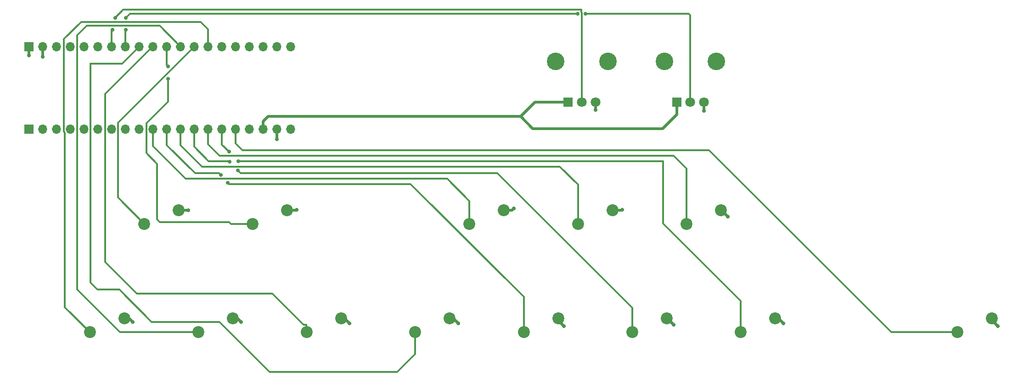
<source format=gbr>
%TF.GenerationSoftware,KiCad,Pcbnew,8.0.4*%
%TF.CreationDate,2025-06-19T21:58:06-05:00*%
%TF.ProjectId,pcb,7063622e-6b69-4636-9164-5f7063625858,01*%
%TF.SameCoordinates,Original*%
%TF.FileFunction,Copper,L1,Top*%
%TF.FilePolarity,Positive*%
%FSLAX46Y46*%
G04 Gerber Fmt 4.6, Leading zero omitted, Abs format (unit mm)*
G04 Created by KiCad (PCBNEW 8.0.4) date 2025-06-19 21:58:06*
%MOMM*%
%LPD*%
G01*
G04 APERTURE LIST*
%TA.AperFunction,ComponentPad*%
%ADD10C,2.200000*%
%TD*%
%TA.AperFunction,ComponentPad*%
%ADD11C,3.240000*%
%TD*%
%TA.AperFunction,ComponentPad*%
%ADD12R,1.800000X1.800000*%
%TD*%
%TA.AperFunction,ComponentPad*%
%ADD13C,1.800000*%
%TD*%
%TA.AperFunction,ComponentPad*%
%ADD14R,1.700000X1.700000*%
%TD*%
%TA.AperFunction,ComponentPad*%
%ADD15O,1.700000X1.700000*%
%TD*%
%TA.AperFunction,ViaPad*%
%ADD16C,0.700000*%
%TD*%
%TA.AperFunction,Conductor*%
%ADD17C,0.300000*%
%TD*%
%TA.AperFunction,Conductor*%
%ADD18C,0.500000*%
%TD*%
G04 APERTURE END LIST*
D10*
%TO.P,SW13,1,1*%
%TO.N,G*%
X242650000Y-118310000D03*
%TO.P,SW13,2,2*%
%TO.N,B8*%
X236300000Y-120850000D03*
%TD*%
%TO.P,SW12,1,1*%
%TO.N,G*%
X202700000Y-118310000D03*
%TO.P,SW12,2,2*%
%TO.N,B7*%
X196350000Y-120850000D03*
%TD*%
%TO.P,SW10,1,1*%
%TO.N,G*%
X182700000Y-118310000D03*
%TO.P,SW10,2,2*%
%TO.N,B5*%
X176350000Y-120850000D03*
%TD*%
%TO.P,SW8,1,1*%
%TO.N,G*%
X162700000Y-118310000D03*
%TO.P,SW8,2,2*%
%TO.N,B3*%
X156350000Y-120850000D03*
%TD*%
%TO.P,SW6,1,1*%
%TO.N,G*%
X142700000Y-118310000D03*
%TO.P,SW6,2,2*%
%TO.N,A7*%
X136350000Y-120850000D03*
%TD*%
%TO.P,SW5,1,1*%
%TO.N,G*%
X122700000Y-118310000D03*
%TO.P,SW5,2,2*%
%TO.N,A6*%
X116350000Y-120850000D03*
%TD*%
%TO.P,SW3,1,1*%
%TO.N,G*%
X102700000Y-118310000D03*
%TO.P,SW3,2,2*%
%TO.N,A4*%
X96350000Y-120850000D03*
%TD*%
%TO.P,SW1,1,1*%
%TO.N,G*%
X82700000Y-118310000D03*
%TO.P,SW1,2,2*%
%TO.N,A2*%
X76350000Y-120850000D03*
%TD*%
%TO.P,SW11,1,1*%
%TO.N,G*%
X192700000Y-98310000D03*
%TO.P,SW11,2,2*%
%TO.N,B6*%
X186350000Y-100850000D03*
%TD*%
%TO.P,SW9,1,1*%
%TO.N,G*%
X172700000Y-98310000D03*
%TO.P,SW9,2,2*%
%TO.N,B4*%
X166350000Y-100850000D03*
%TD*%
%TO.P,SW7,1,1*%
%TO.N,G*%
X152700000Y-98310000D03*
%TO.P,SW7,2,2*%
%TO.N,A15*%
X146350000Y-100850000D03*
%TD*%
%TO.P,SW4,1,1*%
%TO.N,G*%
X112700000Y-98310000D03*
%TO.P,SW4,2,2*%
%TO.N,A5*%
X106350000Y-100850000D03*
%TD*%
%TO.P,SW2,1,1*%
%TO.N,G*%
X92700000Y-98310000D03*
%TO.P,SW2,2,2*%
%TO.N,A3*%
X86350000Y-100850000D03*
%TD*%
D11*
%TO.P,J4,*%
%TO.N,*%
X182250000Y-70810000D03*
X191850000Y-70810000D03*
D12*
%TO.P,J4,1,Pin_1*%
%TO.N,5V*%
X184550000Y-78310000D03*
D13*
%TO.P,J4,2,Pin_2*%
%TO.N,B0*%
X187050000Y-78310000D03*
%TO.P,J4,3,Pin_3*%
%TO.N,G*%
X189550000Y-78310000D03*
%TD*%
D11*
%TO.P,J3,*%
%TO.N,*%
X162250000Y-70810000D03*
X171850000Y-70810000D03*
D12*
%TO.P,J3,1,Pin_1*%
%TO.N,5V*%
X164550000Y-78310000D03*
D13*
%TO.P,J3,2,Pin_2*%
%TO.N,B1*%
X167050000Y-78310000D03*
%TO.P,J3,3,Pin_3*%
%TO.N,G*%
X169550000Y-78310000D03*
%TD*%
D14*
%TO.P,J1,1,Pin_1*%
%TO.N,B12*%
X65125000Y-83310000D03*
D15*
%TO.P,J1,2,Pin_2*%
%TO.N,B13*%
X67665000Y-83310000D03*
%TO.P,J1,3,Pin_3*%
%TO.N,B14*%
X70205000Y-83310000D03*
%TO.P,J1,4,Pin_4*%
%TO.N,B15*%
X72745000Y-83310000D03*
%TO.P,J1,5,Pin_5*%
%TO.N,A8*%
X75285000Y-83310000D03*
%TO.P,J1,6,Pin_6*%
%TO.N,A9*%
X77825000Y-83310000D03*
%TO.P,J1,7,Pin_7*%
%TO.N,A10*%
X80365000Y-83310000D03*
%TO.P,J1,8,Pin_8*%
%TO.N,A11*%
X82905000Y-83310000D03*
%TO.P,J1,9,Pin_9*%
%TO.N,A12*%
X85445000Y-83310000D03*
%TO.P,J1,10,Pin_10*%
%TO.N,A15*%
X87985000Y-83310000D03*
%TO.P,J1,11,Pin_11*%
%TO.N,B3*%
X90525000Y-83310000D03*
%TO.P,J1,12,Pin_12*%
%TO.N,B4*%
X93065000Y-83310000D03*
%TO.P,J1,13,Pin_13*%
%TO.N,B5*%
X95605000Y-83310000D03*
%TO.P,J1,14,Pin_14*%
%TO.N,B6*%
X98145000Y-83310000D03*
%TO.P,J1,15,Pin_15*%
%TO.N,B7*%
X100685000Y-83310000D03*
%TO.P,J1,16,Pin_16*%
%TO.N,B8*%
X103225000Y-83310000D03*
%TO.P,J1,17,Pin_17*%
%TO.N,B9*%
X105765000Y-83310000D03*
%TO.P,J1,18,Pin_18*%
%TO.N,5V*%
X108305000Y-83310000D03*
%TO.P,J1,19,Pin_19*%
%TO.N,G*%
X110845000Y-83310000D03*
%TO.P,J1,20,Pin_20*%
%TO.N,unconnected-(J1-Pin_20-Pad20)*%
X113385000Y-83310000D03*
%TD*%
%TO.P,J2,20,Pin_20*%
%TO.N,VB*%
X113385000Y-68070000D03*
%TO.P,J2,19,Pin_19*%
%TO.N,C13*%
X110845000Y-68070000D03*
%TO.P,J2,18,Pin_18*%
%TO.N,C14*%
X108305000Y-68070000D03*
%TO.P,J2,17,Pin_17*%
%TO.N,C15*%
X105765000Y-68070000D03*
%TO.P,J2,16,Pin_16*%
%TO.N,A0*%
X103225000Y-68070000D03*
%TO.P,J2,15,Pin_15*%
%TO.N,A1*%
X100685000Y-68070000D03*
%TO.P,J2,14,Pin_14*%
%TO.N,A2*%
X98145000Y-68070000D03*
%TO.P,J2,13,Pin_13*%
%TO.N,A3*%
X95605000Y-68070000D03*
%TO.P,J2,12,Pin_12*%
%TO.N,A4*%
X93065000Y-68070000D03*
%TO.P,J2,11,Pin_11*%
%TO.N,A5*%
X90525000Y-68070000D03*
%TO.P,J2,10,Pin_10*%
%TO.N,A6*%
X87985000Y-68070000D03*
%TO.P,J2,9,Pin_9*%
%TO.N,A7*%
X85445000Y-68070000D03*
%TO.P,J2,8,Pin_8*%
%TO.N,B0*%
X82905000Y-68070000D03*
%TO.P,J2,7,Pin_7*%
%TO.N,B1*%
X80365000Y-68070000D03*
%TO.P,J2,6,Pin_6*%
%TO.N,B10*%
X77825000Y-68070000D03*
%TO.P,J2,5,Pin_5*%
%TO.N,B11*%
X75285000Y-68070000D03*
%TO.P,J2,4,Pin_4*%
%TO.N,R*%
X72745000Y-68070000D03*
%TO.P,J2,3,Pin_3*%
%TO.N,unconnected-(J2-Pin_3-Pad3)*%
X70205000Y-68070000D03*
%TO.P,J2,2,Pin_2*%
%TO.N,G*%
X67665000Y-68070000D03*
D14*
%TO.P,J2,1,Pin_1*%
X65125000Y-68070000D03*
%TD*%
D16*
%TO.N,B0*%
X167750000Y-62000000D03*
X166250000Y-62000000D03*
%TO.N,B3*%
X101750000Y-93250000D03*
X100500000Y-91800000D03*
%TO.N,B5*%
X103625000Y-90950000D03*
X102125000Y-89375000D03*
%TO.N,B7*%
X103750000Y-89250000D03*
X102000000Y-87500000D03*
%TO.N,G*%
X154500000Y-98000000D03*
X174500000Y-98250000D03*
X194000000Y-99500000D03*
X243750000Y-119750000D03*
X204250000Y-119250000D03*
X184000000Y-119500000D03*
X163750000Y-119750000D03*
X144250000Y-119250000D03*
X124250000Y-119250000D03*
X104250000Y-119000000D03*
X84250000Y-119000000D03*
X114500000Y-98250000D03*
X94500000Y-98310000D03*
X189550000Y-80000000D03*
X169550000Y-79800000D03*
X67665000Y-70000000D03*
X65125000Y-69750000D03*
X110845000Y-85250000D03*
%TO.N,A5*%
X90750000Y-71750000D03*
X90750000Y-74000000D03*
%TO.N,B0*%
X83000000Y-62750000D03*
X83000000Y-65000000D03*
%TO.N,B1*%
X81000000Y-62750000D03*
X80500000Y-64950000D03*
%TD*%
D17*
%TO.N,A5*%
X102000000Y-100500000D02*
X102350000Y-100850000D01*
X102350000Y-100850000D02*
X106350000Y-100850000D01*
X89250000Y-100500000D02*
X102000000Y-100500000D01*
X88750000Y-100000000D02*
X89250000Y-100500000D01*
X88750000Y-89750000D02*
X88750000Y-100000000D01*
X86750000Y-87750000D02*
X88750000Y-89750000D01*
X86750000Y-82250000D02*
X86750000Y-87750000D01*
X90750000Y-78250000D02*
X86750000Y-82250000D01*
X90750000Y-74000000D02*
X90750000Y-78250000D01*
D18*
%TO.N,5V*%
X184550000Y-80650000D02*
X184550000Y-78310000D01*
X158000000Y-83250000D02*
X181950000Y-83250000D01*
X181950000Y-83250000D02*
X184550000Y-80650000D01*
X155750000Y-81000000D02*
X158000000Y-83250000D01*
D17*
%TO.N,B8*%
X224100000Y-120850000D02*
X236300000Y-120850000D01*
X190500000Y-87250000D02*
X224100000Y-120850000D01*
X103225000Y-85975000D02*
X104500000Y-87250000D01*
X104500000Y-87250000D02*
X190500000Y-87250000D01*
X103225000Y-83310000D02*
X103225000Y-85975000D01*
%TO.N,B3*%
X156350000Y-114350000D02*
X156350000Y-120850000D01*
X135500000Y-93500000D02*
X156350000Y-114350000D01*
X102000000Y-93500000D02*
X135500000Y-93500000D01*
X101750000Y-93250000D02*
X102000000Y-93500000D01*
X90525000Y-86275000D02*
X90525000Y-83310000D01*
X100200000Y-91500000D02*
X95750000Y-91500000D01*
X100500000Y-91800000D02*
X100200000Y-91500000D01*
X95750000Y-91500000D02*
X90525000Y-86275000D01*
%TO.N,A15*%
X146350000Y-96600000D02*
X146350000Y-100850000D01*
X142250000Y-92500000D02*
X146350000Y-96600000D01*
X94000000Y-92500000D02*
X142250000Y-92500000D01*
X87985000Y-86485000D02*
X94000000Y-92500000D01*
X87985000Y-83310000D02*
X87985000Y-86485000D01*
%TO.N,B6*%
X98145000Y-86145000D02*
X98145000Y-83310000D01*
X100250000Y-88250000D02*
X98145000Y-86145000D01*
X186350000Y-90600000D02*
X184000000Y-88250000D01*
X186350000Y-100850000D02*
X186350000Y-90600000D01*
X184000000Y-88250000D02*
X100250000Y-88250000D01*
%TO.N,B7*%
X100685000Y-86185000D02*
X100685000Y-83310000D01*
X102000000Y-87500000D02*
X100685000Y-86185000D01*
X196350000Y-115100000D02*
X196350000Y-120850000D01*
X182000000Y-100750000D02*
X196350000Y-115100000D01*
X182000000Y-89250000D02*
X182000000Y-100750000D01*
X103750000Y-89250000D02*
X182000000Y-89250000D01*
%TO.N,B4*%
X97000000Y-90250000D02*
X93065000Y-86315000D01*
X163000000Y-90250000D02*
X97000000Y-90250000D01*
X166350000Y-93600000D02*
X163000000Y-90250000D01*
X166350000Y-100850000D02*
X166350000Y-93600000D01*
X93065000Y-86315000D02*
X93065000Y-83310000D01*
%TO.N,B5*%
X104175000Y-91500000D02*
X151500000Y-91500000D01*
X176350000Y-116350000D02*
X176350000Y-120850000D01*
X103625000Y-90950000D02*
X104175000Y-91500000D01*
X151500000Y-91500000D02*
X176350000Y-116350000D01*
X95605000Y-86605000D02*
X95605000Y-83310000D01*
X98250000Y-89250000D02*
X95605000Y-86605000D01*
X102000000Y-89250000D02*
X98250000Y-89250000D01*
X102125000Y-89375000D02*
X102000000Y-89250000D01*
%TO.N,B0*%
X187050000Y-62300000D02*
X187050000Y-78310000D01*
X186750000Y-62000000D02*
X187050000Y-62300000D01*
X167750000Y-62000000D02*
X186750000Y-62000000D01*
X141000000Y-62000000D02*
X166250000Y-62000000D01*
D18*
%TO.N,5V*%
X158440000Y-78310000D02*
X164550000Y-78310000D01*
X155750000Y-81000000D02*
X158440000Y-78310000D01*
D17*
%TO.N,B0*%
X83750000Y-62000000D02*
X141000000Y-62000000D01*
X83000000Y-62750000D02*
X83750000Y-62000000D01*
D18*
%TO.N,G*%
X154190000Y-98310000D02*
X154500000Y-98000000D01*
X152700000Y-98310000D02*
X154190000Y-98310000D01*
X174440000Y-98310000D02*
X174500000Y-98250000D01*
X172700000Y-98310000D02*
X174440000Y-98310000D01*
X192810000Y-98310000D02*
X194000000Y-99500000D01*
X192700000Y-98310000D02*
X192810000Y-98310000D01*
X242650000Y-118650000D02*
X243750000Y-119750000D01*
X242650000Y-118310000D02*
X242650000Y-118650000D01*
X203310000Y-118310000D02*
X204250000Y-119250000D01*
X202700000Y-118310000D02*
X203310000Y-118310000D01*
X182810000Y-118310000D02*
X184000000Y-119500000D01*
X182700000Y-118310000D02*
X182810000Y-118310000D01*
X162700000Y-118700000D02*
X163750000Y-119750000D01*
X162700000Y-118310000D02*
X162700000Y-118700000D01*
X143310000Y-118310000D02*
X144250000Y-119250000D01*
X142700000Y-118310000D02*
X143310000Y-118310000D01*
X123310000Y-118310000D02*
X124250000Y-119250000D01*
X122700000Y-118310000D02*
X123310000Y-118310000D01*
X103560000Y-118310000D02*
X104250000Y-119000000D01*
X102700000Y-118310000D02*
X103560000Y-118310000D01*
X83560000Y-118310000D02*
X84250000Y-119000000D01*
X82700000Y-118310000D02*
X83560000Y-118310000D01*
X114440000Y-98310000D02*
X114500000Y-98250000D01*
X112700000Y-98310000D02*
X114440000Y-98310000D01*
X189550000Y-80000000D02*
X189550000Y-78310000D01*
X169550000Y-79800000D02*
X169550000Y-78310000D01*
X67665000Y-70000000D02*
X67665000Y-68070000D01*
X65125000Y-69750000D02*
X65125000Y-68070000D01*
X110845000Y-85250000D02*
X110845000Y-83310000D01*
X94500000Y-98310000D02*
X92700000Y-98310000D01*
%TO.N,5V*%
X109250000Y-81000000D02*
X155750000Y-81000000D01*
X108305000Y-81945000D02*
X109250000Y-81000000D01*
X108305000Y-83310000D02*
X108305000Y-81945000D01*
D17*
%TO.N,A5*%
X90525000Y-71525000D02*
X90750000Y-71750000D01*
X90525000Y-68070000D02*
X90525000Y-71525000D01*
%TO.N,A3*%
X81500000Y-82747943D02*
X81500000Y-82175000D01*
X81565000Y-82812943D02*
X81500000Y-82747943D01*
X81565000Y-83807057D02*
X81565000Y-82812943D01*
X81500000Y-96000000D02*
X81500000Y-83872057D01*
X81500000Y-83872057D02*
X81565000Y-83807057D01*
X81500000Y-82175000D02*
X95605000Y-68070000D01*
X86350000Y-100850000D02*
X81500000Y-96000000D01*
%TO.N,A6*%
X79165000Y-76835000D02*
X87930000Y-68070000D01*
X79165000Y-107915000D02*
X79165000Y-76835000D01*
X116250000Y-119500000D02*
X115750000Y-119500000D01*
X85000000Y-113750000D02*
X79165000Y-107915000D01*
X87930000Y-68070000D02*
X87985000Y-68070000D01*
X116250000Y-120750000D02*
X116250000Y-119500000D01*
X116350000Y-120850000D02*
X116250000Y-120750000D01*
X115750000Y-119500000D02*
X110000000Y-113750000D01*
X110000000Y-113750000D02*
X85000000Y-113750000D01*
%TO.N,A7*%
X100250000Y-119000000D02*
X109500000Y-128250000D01*
X109500000Y-128250000D02*
X133000000Y-128250000D01*
X87750000Y-119000000D02*
X100250000Y-119000000D01*
X81750000Y-113000000D02*
X87750000Y-119000000D01*
X77750000Y-113000000D02*
X81750000Y-113000000D01*
X76500000Y-111750000D02*
X77750000Y-113000000D01*
X76500000Y-71250000D02*
X76500000Y-111750000D01*
X133000000Y-128250000D02*
X136350000Y-124900000D01*
X82265000Y-71250000D02*
X76500000Y-71250000D01*
X136350000Y-124900000D02*
X136350000Y-120850000D01*
X85445000Y-68070000D02*
X82265000Y-71250000D01*
%TO.N,B0*%
X82905000Y-68070000D02*
X82905000Y-65095000D01*
X82905000Y-65095000D02*
X83000000Y-65000000D01*
%TO.N,A4*%
X74000000Y-66000000D02*
X75750000Y-64250000D01*
X75750000Y-64250000D02*
X89245000Y-64250000D01*
X89245000Y-64250000D02*
X93065000Y-68070000D01*
X81850000Y-120850000D02*
X74000000Y-113000000D01*
X96350000Y-120850000D02*
X81850000Y-120850000D01*
X74000000Y-113000000D02*
X74000000Y-66000000D01*
%TO.N,B1*%
X167050000Y-61800000D02*
X167050000Y-78310000D01*
X167000000Y-61750000D02*
X167050000Y-61800000D01*
X167000000Y-61250000D02*
X167000000Y-61750000D01*
X82500000Y-61250000D02*
X167000000Y-61250000D01*
X81000000Y-62750000D02*
X82500000Y-61250000D01*
X80500000Y-65000000D02*
X80500000Y-64950000D01*
X80365000Y-65135000D02*
X80500000Y-65000000D01*
X80365000Y-68070000D02*
X80365000Y-65135000D01*
%TO.N,A2*%
X74750000Y-63500000D02*
X96750000Y-63500000D01*
X71545000Y-83807057D02*
X71545000Y-66705000D01*
X96750000Y-63500000D02*
X98145000Y-64895000D01*
X98145000Y-64895000D02*
X98145000Y-68070000D01*
X71750000Y-84012057D02*
X71545000Y-83807057D01*
X71545000Y-66705000D02*
X74750000Y-63500000D01*
X71750000Y-116250000D02*
X71750000Y-84012057D01*
X76350000Y-120850000D02*
X71750000Y-116250000D01*
%TO.N,A5*%
X106350000Y-100850000D02*
X106965000Y-100235000D01*
%TD*%
M02*

</source>
